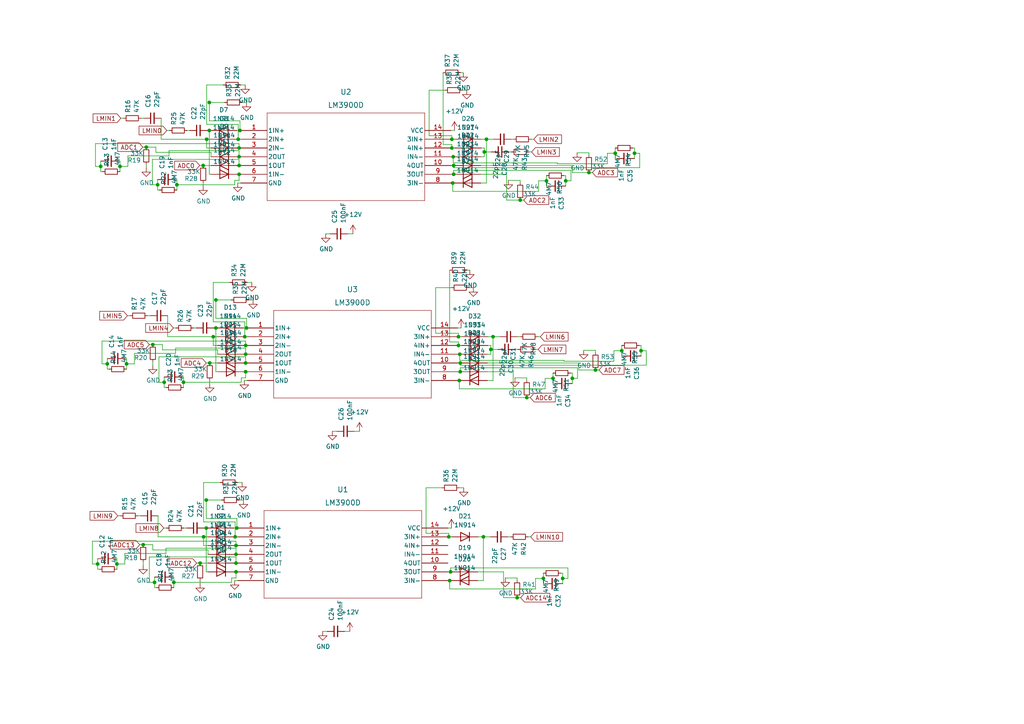
<source format=kicad_sch>
(kicad_sch (version 20211123) (generator eeschema)
  (paper "A4")
  (junction (at 69.342 45.466))
  (junction (at 68.453 165.862))
  (junction (at 51.308 53.594))
  (junction (at 133.35 102.743))
  (junction (at 71.501 95.123))
  (junction (at 152.781 115.316))
  (junction (at 58.039 163.322))
  (junction (at 130.683 165.862))
  (junction (at 59.817 145.034))
  (junction (at 172.72 107.315))
  (junction (at 69.088 40.386))
  (junction (at 69.342 48.006))
  (junction (at 69.342 50.546))
  (junction (at 42.418 42.672))
  (junction (at 31.115 105.537))
  (junction (at 62.611 95.123))
  (junction (at 132.969 97.663))
  (junction (at 165.989 109.728))
  (junction (at 140.208 155.702))
  (junction (at 158.496 52.451))
  (junction (at 45.72 53.594))
  (junction (at 131.572 48.006))
  (junction (at 130.429 168.402))
  (junction (at 41.529 157.988))
  (junction (at 180.34 101.727))
  (junction (at 70.993 97.663))
  (junction (at 131.064 40.386))
  (junction (at 29.21 48.26))
  (junction (at 53.213 110.871))
  (junction (at 61.849 97.663))
  (junction (at 59.055 155.702))
  (junction (at 68.453 163.322))
  (junction (at 68.707 153.162))
  (junction (at 131.318 53.086))
  (junction (at 133.223 110.363))
  (junction (at 131.572 50.546))
  (junction (at 131.445 45.466))
  (junction (at 71.247 100.203))
  (junction (at 60.706 37.846))
  (junction (at 59.944 40.386))
  (junction (at 184.023 44.45))
  (junction (at 47.625 110.871))
  (junction (at 71.247 107.823))
  (junction (at 141.097 40.386))
  (junction (at 28.321 163.576))
  (junction (at 33.909 163.576))
  (junction (at 62.611 86.995))
  (junction (at 34.798 48.26))
  (junction (at 178.435 44.45))
  (junction (at 44.323 99.949))
  (junction (at 170.815 50.038))
  (junction (at 58.928 48.006))
  (junction (at 164.084 52.451))
  (junction (at 71.247 105.283))
  (junction (at 44.831 168.91))
  (junction (at 69.596 37.846))
  (junction (at 68.199 155.702))
  (junction (at 185.928 101.727))
  (junction (at 133.477 107.823))
  (junction (at 157.607 167.767))
  (junction (at 60.833 105.283))
  (junction (at 68.453 158.242))
  (junction (at 130.175 155.702))
  (junction (at 140.462 44.069))
  (junction (at 59.817 153.162))
  (junction (at 163.195 167.767))
  (junction (at 149.987 173.355))
  (junction (at 71.247 102.743))
  (junction (at 131.064 42.926))
  (junction (at 132.969 100.203))
  (junction (at 68.453 160.782))
  (junction (at 60.706 29.718))
  (junction (at 143.002 97.663))
  (junction (at 160.401 109.728))
  (junction (at 142.367 101.346))
  (junction (at 36.703 105.537))
  (junction (at 69.342 42.926))
  (junction (at 150.876 58.039))
  (junction (at 50.419 168.91))
  (junction (at 133.477 105.283))
  (wire (pts (xy 144.399 101.346) (xy 142.367 101.346)))
  (wire (pts (xy 167.386 44.323) (xy 170.815 44.323)))
  (wire (pts (xy 62.611 95.123) (xy 62.611 107.823)))
  (wire (pts (xy 69.977 109.601) (xy 71.247 109.601)))
  (wire (pts (xy 60.706 37.846) (xy 60.706 50.546)))
  (wire (pts (xy 140.462 45.466) (xy 139.446 45.466)))
  (wire (pts (xy 152.781 109.601) (xy 152.781 110.236)))
  (wire (pts (xy 131.572 50.546) (xy 130.81 50.546)))
  (wire (pts (xy 158.115 112.776) (xy 158.115 109.728)))
  (wire (pts (xy 139.573 42.926) (xy 140.462 42.926)))
  (wire (pts (xy 50.927 100.965) (xy 50.927 102.489)))
  (wire (pts (xy 131.445 45.466) (xy 130.81 45.466)))
  (wire (pts (xy 69.088 36.068) (xy 69.088 40.386)))
  (wire (pts (xy 53.34 153.162) (xy 54.102 153.162)))
  (wire (pts (xy 171.831 50.038) (xy 170.815 50.038)))
  (wire (pts (xy 133.858 100.203) (xy 132.969 100.203)))
  (wire (pts (xy 62.611 107.823) (xy 63.119 107.823)))
  (wire (pts (xy 59.944 40.386) (xy 61.087 40.386)))
  (wire (pts (xy 135.509 78.359) (xy 136.271 78.359)))
  (wire (pts (xy 124.46 39.37) (xy 131.064 39.37)))
  (wire (pts (xy 53.213 110.871) (xy 53.213 109.347)))
  (wire (pts (xy 133.35 102.743) (xy 133.35 104.521)))
  (wire (pts (xy 146.939 50.546) (xy 146.939 58.039)))
  (wire (pts (xy 62.611 86.995) (xy 62.611 92.329)))
  (wire (pts (xy 129.921 153.162) (xy 130.937 153.162)))
  (wire (pts (xy 59.817 165.862) (xy 60.325 165.862)))
  (wire (pts (xy 123.571 154.686) (xy 130.175 154.686)))
  (wire (pts (xy 71.247 100.203) (xy 71.755 100.203)))
  (wire (pts (xy 59.817 145.034) (xy 64.262 145.034)))
  (wire (pts (xy 59.182 153.162) (xy 59.817 153.162)))
  (wire (pts (xy 46.101 103.505) (xy 46.101 110.871)))
  (wire (pts (xy 47.117 101.473) (xy 47.117 99.949)))
  (wire (pts (xy 131.318 53.086) (xy 130.81 53.086)))
  (wire (pts (xy 131.064 39.37) (xy 131.064 40.386)))
  (wire (pts (xy 69.342 45.466) (xy 69.342 43.688)))
  (wire (pts (xy 68.834 42.926) (xy 69.342 42.926)))
  (wire (pts (xy 130.937 168.402) (xy 130.429 168.402)))
  (wire (pts (xy 61.214 45.466) (xy 61.214 44.196)))
  (wire (pts (xy 141.351 107.823) (xy 148.844 107.823)))
  (wire (pts (xy 53.213 112.395) (xy 53.213 110.871)))
  (wire (pts (xy 140.208 168.402) (xy 138.557 168.402)))
  (wire (pts (xy 31.115 105.537) (xy 31.115 107.061)))
  (wire (pts (xy 71.247 102.743) (xy 71.755 102.743)))
  (wire (pts (xy 48.133 159.004) (xy 48.133 160.528)))
  (wire (pts (xy 164.084 52.451) (xy 164.084 50.927)))
  (wire (pts (xy 154.813 40.386) (xy 154.051 40.386)))
  (wire (pts (xy 71.501 95.123) (xy 71.755 95.123)))
  (wire (pts (xy 28.321 162.052) (xy 28.321 163.576)))
  (wire (pts (xy 70.739 102.743) (xy 71.247 102.743)))
  (wire (pts (xy 130.937 165.862) (xy 130.683 165.862)))
  (wire (pts (xy 44.323 157.988) (xy 41.529 157.988)))
  (wire (pts (xy 131.064 42.926) (xy 130.81 42.926)))
  (wire (pts (xy 153.924 155.702) (xy 153.162 155.702)))
  (wire (pts (xy 161.671 47.498) (xy 176.149 47.498)))
  (wire (pts (xy 133.477 105.918) (xy 133.477 105.283)))
  (wire (pts (xy 148.336 44.069) (xy 147.574 44.069)))
  (wire (pts (xy 70.866 110.363) (xy 71.755 110.363)))
  (wire (pts (xy 133.477 107.823) (xy 133.477 106.68)))
  (wire (pts (xy 57.912 48.006) (xy 58.928 48.006)))
  (wire (pts (xy 148.844 115.316) (xy 152.781 115.316)))
  (wire (pts (xy 26.797 156.972) (xy 26.797 163.576)))
  (wire (pts (xy 29.21 48.26) (xy 27.686 48.26)))
  (wire (pts (xy 69.977 110.871) (xy 69.977 109.601)))
  (wire (pts (xy 61.849 93.345) (xy 70.993 93.345)))
  (wire (pts (xy 70.739 100.203) (xy 71.247 100.203)))
  (wire (pts (xy 184.023 45.974) (xy 184.023 44.45)))
  (wire (pts (xy 68.199 151.384) (xy 68.199 155.702)))
  (wire (pts (xy 133.731 110.363) (xy 133.223 110.363)))
  (wire (pts (xy 31.115 107.061) (xy 31.623 107.061)))
  (wire (pts (xy 66.675 81.915) (xy 61.849 81.915)))
  (wire (pts (xy 35.052 34.29) (xy 35.814 34.29)))
  (wire (pts (xy 96.393 125.095) (xy 97.663 125.095)))
  (wire (pts (xy 133.731 105.283) (xy 133.477 105.283)))
  (wire (pts (xy 44.196 46.228) (xy 44.196 53.594)))
  (wire (pts (xy 53.213 109.347) (xy 52.705 109.347)))
  (wire (pts (xy 50.419 168.91) (xy 67.183 168.91)))
  (wire (pts (xy 45.212 44.196) (xy 45.212 42.672)))
  (wire (pts (xy 163.195 167.767) (xy 164.719 167.767)))
  (wire (pts (xy 26.797 156.972) (xy 68.453 156.972)))
  (wire (pts (xy 45.212 42.672) (xy 42.418 42.672)))
  (wire (pts (xy 50.419 168.91) (xy 50.419 167.386)))
  (wire (pts (xy 130.429 170.815) (xy 130.429 168.402)))
  (wire (pts (xy 133.477 106.68) (xy 167.513 106.68)))
  (wire (pts (xy 185.928 100.203) (xy 185.42 100.203)))
  (wire (pts (xy 38.989 102.489) (xy 50.927 102.489)))
  (wire (pts (xy 68.453 158.242) (xy 68.453 156.972)))
  (wire (pts (xy 165.989 109.728) (xy 165.989 108.204)))
  (wire (pts (xy 160.401 109.728) (xy 160.401 111.252)))
  (wire (pts (xy 67.945 163.322) (xy 68.453 163.322)))
  (wire (pts (xy 151.892 58.039) (xy 150.876 58.039)))
  (wire (pts (xy 47.498 153.162) (xy 48.26 153.162)))
  (wire (pts (xy 60.833 105.283) (xy 63.119 105.283)))
  (wire (pts (xy 61.849 97.663) (xy 48.641 97.663)))
  (wire (pts (xy 57.023 163.322) (xy 58.039 163.322)))
  (wire (pts (xy 58.039 168.402) (xy 58.039 169.291)))
  (wire (pts (xy 138.557 165.862) (xy 146.05 165.862)))
  (wire (pts (xy 148.971 40.386) (xy 148.209 40.386)))
  (wire (pts (xy 67.818 155.702) (xy 68.199 155.702)))
  (wire (pts (xy 71.247 105.283) (xy 71.247 103.505)))
  (wire (pts (xy 71.247 107.823) (xy 71.755 107.823)))
  (wire (pts (xy 68.707 40.386) (xy 69.088 40.386)))
  (wire (pts (xy 40.894 34.29) (xy 41.656 34.29)))
  (wire (pts (xy 60.706 37.846) (xy 61.087 37.846)))
  (wire (pts (xy 140.462 42.926) (xy 140.462 44.069)))
  (wire (pts (xy 147.447 52.324) (xy 150.876 52.324)))
  (wire (pts (xy 131.572 48.641) (xy 131.572 48.006)))
  (wire (pts (xy 59.055 155.702) (xy 60.198 155.702)))
  (wire (pts (xy 70.612 97.663) (xy 70.993 97.663)))
  (wire (pts (xy 130.683 164.719) (xy 164.719 164.719)))
  (wire (pts (xy 40.513 157.988) (xy 41.529 157.988)))
  (wire (pts (xy 71.247 109.601) (xy 71.247 107.823)))
  (wire (pts (xy 158.115 109.728) (xy 160.401 109.728)))
  (wire (pts (xy 156.21 52.451) (xy 158.496 52.451)))
  (wire (pts (xy 36.703 104.013) (xy 36.195 104.013)))
  (wire (pts (xy 51.308 55.118) (xy 51.308 53.594)))
  (wire (pts (xy 50.419 167.386) (xy 49.911 167.386)))
  (wire (pts (xy 131.953 42.926) (xy 131.064 42.926)))
  (wire (pts (xy 33.909 162.052) (xy 33.401 162.052)))
  (wire (pts (xy 164.084 50.927) (xy 163.576 50.927)))
  (wire (pts (xy 132.969 99.187) (xy 132.969 100.203)))
  (wire (pts (xy 45.72 53.594) (xy 44.196 53.594)))
  (wire (pts (xy 61.849 81.915) (xy 61.849 93.345)))
  (wire (pts (xy 45.72 55.118) (xy 46.228 55.118)))
  (wire (pts (xy 184.023 42.926) (xy 183.515 42.926)))
  (wire (pts (xy 155.321 170.815) (xy 155.321 167.767)))
  (wire (pts (xy 126.365 83.439) (xy 126.365 96.647)))
  (wire (pts (xy 68.453 167.64) (xy 68.453 165.862)))
  (wire (pts (xy 36.703 105.537) (xy 36.703 104.013)))
  (wire (pts (xy 68.453 163.322) (xy 68.961 163.322)))
  (wire (pts (xy 178.435 45.974) (xy 178.943 45.974)))
  (wire (pts (xy 180.34 103.251) (xy 180.848 103.251)))
  (wire (pts (xy 59.817 150.368) (xy 68.707 150.368)))
  (wire (pts (xy 51.308 53.594) (xy 68.072 53.594)))
  (wire (pts (xy 154.178 44.069) (xy 153.416 44.069)))
  (wire (pts (xy 157.607 169.291) (xy 158.115 169.291)))
  (wire (pts (xy 142.24 155.702) (xy 140.208 155.702)))
  (wire (pts (xy 72.136 86.995) (xy 73.406 86.995)))
  (wire (pts (xy 133.35 104.521) (xy 163.576 104.521)))
  (wire (pts (xy 58.039 163.322) (xy 60.325 163.322)))
  (wire (pts (xy 71.501 92.329) (xy 71.501 95.123)))
  (wire (pts (xy 141.478 100.203) (xy 142.367 100.203)))
  (wire (pts (xy 130.683 165.862) (xy 130.683 164.719)))
  (wire (pts (xy 59.817 153.162) (xy 60.198 153.162)))
  (wire (pts (xy 36.957 91.567) (xy 37.719 91.567)))
  (wire (pts (xy 93.599 183.134) (xy 94.869 183.134)))
  (wire (pts (xy 131.445 45.466) (xy 131.445 47.244)))
  (wire (pts (xy 69.85 24.638) (xy 71.12 24.638)))
  (wire (pts (xy 150.241 101.346) (xy 149.479 101.346)))
  (wire (pts (xy 36.195 163.576) (xy 33.909 163.576)))
  (wire (pts (xy 132.969 100.203) (xy 132.715 100.203)))
  (wire (pts (xy 68.453 165.862) (xy 68.961 165.862)))
  (wire (pts (xy 153.797 115.316) (xy 152.781 115.316)))
  (wire (pts (xy 45.72 53.594) (xy 45.72 55.118)))
  (wire (pts (xy 131.826 48.006) (xy 131.572 48.006)))
  (wire (pts (xy 185.928 103.251) (xy 185.928 101.727)))
  (wire (pts (xy 139.446 50.546) (xy 146.939 50.546)))
  (wire (pts (xy 68.072 53.594) (xy 68.072 52.324)))
  (wire (pts (xy 70.612 95.123) (xy 71.501 95.123)))
  (wire (pts (xy 158.496 53.975) (xy 159.004 53.975)))
  (wire (pts (xy 61.214 44.196) (xy 45.212 44.196)))
  (wire (pts (xy 184.023 44.45) (xy 185.547 44.45)))
  (wire (pts (xy 130.429 99.187) (xy 132.969 99.187)))
  (wire (pts (xy 133.858 97.663) (xy 132.969 97.663)))
  (wire (pts (xy 70.739 105.283) (xy 71.247 105.283)))
  (wire (pts (xy 146.558 167.64) (xy 149.987 167.64)))
  (wire (pts (xy 46.736 40.386) (xy 46.736 34.29)))
  (wire (pts (xy 68.453 160.782) (xy 68.453 159.004)))
  (wire (pts (xy 69.596 35.052) (xy 69.596 37.846)))
  (wire (pts (xy 59.055 151.384) (xy 68.199 151.384)))
  (wire (pts (xy 143.129 40.386) (xy 141.097 40.386)))
  (wire (pts (xy 51.308 52.07) (xy 50.8 52.07)))
  (wire (pts (xy 44.831 167.386) (xy 44.831 168.91)))
  (wire (pts (xy 63.881 139.954) (xy 59.055 139.954)))
  (wire (pts (xy 149.987 167.64) (xy 149.987 168.275)))
  (wire (pts (xy 141.478 97.663) (xy 143.002 97.663)))
  (wire (pts (xy 44.831 168.91) (xy 44.831 170.434)))
  (wire (pts (xy 59.944 24.638) (xy 59.944 36.068)))
  (wire (pts (xy 143.002 110.363) (xy 141.351 110.363)))
  (wire (pts (xy 48.641 97.663) (xy 48.641 91.567)))
  (wire (pts (xy 38.989 105.537) (xy 36.703 105.537)))
  (wire (pts (xy 70.231 29.718) (xy 71.501 29.718)))
  (wire (pts (xy 71.247 100.203) (xy 71.247 98.933)))
  (wire (pts (xy 68.961 53.086) (xy 69.85 53.086)))
  (wire (pts (xy 148.082 155.702) (xy 147.32 155.702)))
  (wire (pts (xy 41.402 42.672) (xy 42.418 42.672)))
  (wire (pts (xy 29.591 98.933) (xy 71.247 98.933)))
  (wire (pts (xy 36.195 160.528) (xy 48.133 160.528)))
  (wire (pts (xy 164.084 52.451) (xy 165.608 52.451)))
  (wire (pts (xy 133.731 102.743) (xy 133.35 102.743)))
  (wire (pts (xy 60.706 50.546) (xy 61.214 50.546)))
  (wire (pts (xy 131.826 53.086) (xy 131.318 53.086)))
  (wire (pts (xy 187.452 101.727) (xy 187.452 105.918)))
  (wire (pts (xy 165.989 111.252) (xy 165.989 109.728)))
  (wire (pts (xy 142.367 102.743) (xy 141.351 102.743)))
  (wire (pts (xy 71.247 103.505) (xy 46.101 103.505)))
  (wire (pts (xy 157.607 167.767) (xy 157.607 169.291)))
  (wire (pts (xy 126.365 96.647) (xy 132.969 96.647)))
  (wire (pts (xy 68.707 150.368) (xy 68.707 153.162)))
  (wire (pts (xy 53.213 110.871) (xy 69.977 110.871)))
  (wire (pts (xy 69.342 48.006) (xy 69.85 48.006)))
  (wire (pts (xy 148.844 107.823) (xy 148.844 115.316)))
  (wire (pts (xy 140.462 44.069) (xy 140.462 45.466)))
  (wire (pts (xy 59.817 153.162) (xy 59.817 165.862)))
  (wire (pts (xy 133.223 110.363) (xy 132.715 110.363)))
  (wire (pts (xy 180.34 100.203) (xy 180.34 101.727)))
  (wire (pts (xy 142.494 44.069) (xy 140.462 44.069)))
  (wire (pts (xy 54.229 37.846) (xy 54.991 37.846)))
  (wire (pts (xy 132.969 97.663) (xy 132.715 97.663)))
  (wire (pts (xy 47.625 109.347) (xy 47.625 110.871)))
  (wire (pts (xy 67.183 167.64) (xy 68.453 167.64)))
  (wire (pts (xy 132.715 95.123) (xy 133.731 95.123)))
  (wire (pts (xy 59.69 145.034) (xy 59.817 145.034)))
  (wire (pts (xy 36.195 160.528) (xy 36.195 163.576)))
  (wire (pts (xy 165.989 48.006) (xy 165.989 50.038)))
  (wire (pts (xy 131.572 50.546) (xy 131.572 49.403)))
  (wire (pts (xy 165.989 108.204) (xy 165.481 108.204)))
  (wire (pts (xy 150.876 52.324) (xy 150.876 52.959)))
  (wire (pts (xy 64.77 24.638) (xy 59.944 24.638)))
  (wire (pts (xy 136.017 83.439) (xy 137.287 83.439)))
  (wire (pts (xy 27.686 41.656) (xy 27.686 48.26)))
  (wire (pts (xy 62.611 95.123) (xy 62.992 95.123)))
  (wire (pts (xy 167.894 105.283) (xy 167.894 107.315)))
  (wire (pts (xy 155.321 167.767) (xy 157.607 167.767)))
  (wire (pts (xy 70.993 97.663) (xy 71.755 97.663)))
  (wire (pts (xy 63.119 101.473) (xy 47.117 101.473)))
  (wire (pts (xy 58.928 48.006) (xy 61.214 48.006)))
  (wire (pts (xy 67.945 158.242) (xy 68.453 158.242)))
  (wire (pts (xy 60.325 160.782) (xy 60.325 159.512)))
  (wire (pts (xy 33.909 163.576) (xy 33.909 162.052)))
  (wire (pts (xy 59.817 145.034) (xy 59.817 150.368)))
  (wire (pts (xy 176.149 44.45) (xy 178.435 44.45)))
  (wire (pts (xy 50.292 95.123) (xy 51.054 95.123)))
  (wire (pts (xy 69.342 52.324) (xy 69.342 50.546)))
  (wire (pts (xy 69.088 40.386) (xy 69.85 40.386)))
  (wire (pts (xy 178.435 44.45) (xy 178.435 45.974)))
  (wire (pts (xy 68.707 153.162) (xy 68.961 153.162)))
  (wire (pts (xy 139.573 40.386) (xy 141.097 40.386)))
  (wire (pts (xy 160.401 108.204) (xy 160.401 109.728)))
  (wire (pts (xy 142.367 100.203) (xy 142.367 101.346)))
  (wire (pts (xy 133.223 141.478) (xy 134.493 141.478)))
  (wire (pts (xy 68.072 52.324) (xy 69.342 52.324)))
  (wire (pts (xy 63.119 100.203) (xy 61.849 100.203)))
  (wire (pts (xy 60.325 158.242) (xy 59.055 158.242)))
  (wire (pts (xy 71.247 105.283) (xy 71.755 105.283)))
  (wire (pts (xy 167.894 107.315) (xy 172.72 107.315)))
  (wire (pts (xy 69.342 42.926) (xy 69.85 42.926)))
  (wire (pts (xy 150.876 97.663) (xy 150.114 97.663)))
  (wire (pts (xy 133.35 102.743) (xy 132.715 102.743)))
  (wire (pts (xy 60.071 37.846) (xy 60.706 37.846)))
  (wire (pts (xy 130.683 165.862) (xy 129.921 165.862)))
  (wire (pts (xy 68.707 37.846) (xy 69.596 37.846)))
  (wire (pts (xy 47.625 112.395) (xy 48.133 112.395)))
  (wire (pts (xy 133.731 107.823) (xy 133.477 107.823)))
  (wire (pts (xy 68.453 158.242) (xy 68.961 158.242)))
  (wire (pts (xy 164.084 53.975) (xy 164.084 52.451)))
  (wire (pts (xy 131.826 45.466) (xy 131.445 45.466)))
  (wire (pts (xy 67.818 153.162) (xy 68.707 153.162)))
  (wire (pts (xy 68.453 160.782) (xy 68.961 160.782)))
  (wire (pts (xy 69.596 37.846) (xy 69.85 37.846)))
  (wire (pts (xy 27.686 41.656) (xy 69.342 41.656)))
  (wire (pts (xy 67.183 168.91) (xy 67.183 167.64)))
  (wire (pts (xy 29.591 98.933) (xy 29.591 105.537)))
  (wire (pts (xy 69.342 45.466) (xy 69.85 45.466)))
  (wire (pts (xy 37.084 45.212) (xy 37.084 48.26)))
  (wire (pts (xy 164.719 164.719) (xy 164.719 167.767)))
  (wire (pts (xy 68.453 159.004) (xy 48.133 159.004)))
  (wire (pts (xy 31.115 105.537) (xy 29.591 105.537)))
  (wire (pts (xy 69.342 50.546) (xy 69.85 50.546)))
  (wire (pts (xy 28.321 165.1) (xy 28.829 165.1)))
  (wire (pts (xy 29.21 49.784) (xy 29.718 49.784)))
  (wire (pts (xy 130.175 155.702) (xy 129.921 155.702)))
  (wire (pts (xy 123.571 141.478) (xy 123.571 154.686)))
  (wire (pts (xy 62.611 92.329) (xy 71.501 92.329)))
  (wire (pts (xy 67.945 165.862) (xy 68.453 165.862)))
  (wire (pts (xy 61.849 97.663) (xy 62.992 97.663)))
  (wire (pts (xy 163.576 104.521) (xy 163.576 104.775)))
  (wire (pts (xy 131.953 40.386) (xy 131.064 40.386)))
  (wire (pts (xy 68.199 155.702) (xy 68.961 155.702)))
  (wire (pts (xy 56.134 95.123) (xy 56.896 95.123)))
  (wire (pts (xy 157.607 166.243) (xy 157.607 167.767)))
  (wire (pts (xy 29.21 46.736) (xy 29.21 48.26)))
  (wire (pts (xy 133.604 21.082) (xy 134.366 21.082)))
  (wire (pts (xy 133.223 112.776) (xy 158.115 112.776)))
  (wire (pts (xy 131.572 48.006) (xy 130.81 48.006)))
  (wire (pts (xy 165.989 109.728) (xy 167.513 109.728)))
  (wire (pts (xy 34.798 48.26) (xy 34.798 46.736)))
  (wire (pts (xy 71.247 100.965) (xy 50.927 100.965)))
  (wire (pts (xy 172.72 101.6) (xy 172.72 102.235)))
  (wire (pts (xy 145.034 97.663) (xy 143.002 97.663)))
  (wire (pts (xy 45.847 155.702) (xy 45.847 149.606)))
  (wire (pts (xy 124.46 26.162) (xy 129.032 26.162)))
  (wire (pts (xy 59.055 155.702) (xy 45.847 155.702)))
  (wire (pts (xy 44.831 170.434) (xy 45.339 170.434)))
  (wire (pts (xy 45.72 52.07) (xy 45.72 53.594)))
  (wire (pts (xy 131.318 55.499) (xy 156.21 55.499)))
  (wire (pts (xy 180.34 101.727) (xy 180.34 103.251)))
  (wire (pts (xy 42.799 91.567) (xy 43.561 91.567)))
  (wire (pts (xy 187.452 105.918) (xy 133.477 105.918)))
  (wire (pts (xy 169.291 101.6) (xy 172.72 101.6)))
  (wire (pts (xy 71.755 81.915) (xy 73.025 81.915)))
  (wire (pts (xy 67.945 160.782) (xy 68.453 160.782)))
  (wire (pts (xy 37.084 48.26) (xy 34.798 48.26)))
  (wire (pts (xy 100.838 67.818) (xy 102.362 67.818)))
  (wire (pts (xy 28.321 163.576) (xy 28.321 165.1)))
  (wire (pts (xy 69.342 46.228) (xy 44.196 46.228)))
  (wire (pts (xy 131.318 55.499) (xy 131.318 53.086)))
  (wire (pts (xy 47.117 99.949) (xy 44.323 99.949)))
  (wire (pts (xy 131.064 155.702) (xy 130.175 155.702)))
  (wire (pts (xy 61.849 97.663) (xy 61.849 100.203)))
  (wire (pts (xy 58.928 53.086) (xy 58.928 53.975)))
  (wire (pts (xy 70.993 93.345) (xy 70.993 97.663)))
  (wire (pts (xy 141.097 53.086) (xy 139.446 53.086)))
  (wire (pts (xy 68.072 168.402) (xy 68.961 168.402)))
  (wire (pts (xy 133.477 105.283) (xy 132.715 105.283)))
  (wire (pts (xy 68.453 161.544) (xy 43.307 161.544)))
  (wire (pts (xy 60.706 35.052) (xy 69.596 35.052)))
  (wire (pts (xy 176.149 47.498) (xy 176.149 44.45)))
  (wire (pts (xy 134.112 26.162) (xy 135.382 26.162)))
  (wire (pts (xy 61.214 42.926) (xy 59.944 42.926)))
  (wire (pts (xy 163.576 104.775) (xy 178.054 104.775)))
  (wire (pts (xy 37.084 45.212) (xy 49.022 45.212)))
  (wire (pts (xy 43.307 99.949) (xy 44.323 99.949)))
  (wire (pts (xy 130.175 154.686) (xy 130.175 155.702)))
  (wire (pts (xy 43.307 161.544) (xy 43.307 168.91)))
  (wire (pts (xy 69.342 42.926) (xy 69.342 41.656)))
  (wire (pts (xy 59.055 155.702) (xy 59.055 158.242)))
  (wire (pts (xy 59.055 139.954) (xy 59.055 151.384)))
  (wire (pts (xy 178.435 42.926) (xy 178.435 44.45)))
  (wire (pts (xy 156.21 55.499) (xy 156.21 52.451)))
  (wire (pts (xy 165.608 49.403) (xy 165.608 52.451)))
  (wire (pts (xy 141.351 105.283) (xy 167.894 105.283)))
  (wire (pts (xy 48.387 37.846) (xy 49.149 37.846)))
  (wire (pts (xy 130.81 37.846) (xy 131.826 37.846)))
  (wire (pts (xy 184.023 44.45) (xy 184.023 42.926)))
  (wire (pts (xy 185.928 101.727) (xy 187.452 101.727)))
  (wire (pts (xy 31.115 104.013) (xy 31.115 105.537)))
  (wire (pts (xy 139.446 48.006) (xy 165.989 48.006)))
  (wire (pts (xy 143.002 97.663) (xy 143.002 110.363)))
  (wire (pts (xy 38.989 102.489) (xy 38.989 105.537)))
  (wire (pts (xy 68.834 45.466) (xy 69.342 45.466)))
  (wire (pts (xy 94.488 67.818) (xy 95.758 67.818)))
  (wire (pts (xy 131.064 40.386) (xy 130.81 40.386)))
  (wire (pts (xy 59.817 105.283) (xy 60.833 105.283)))
  (wire (pts (xy 47.625 110.871) (xy 46.101 110.871)))
  (wire (pts (xy 63.119 102.743) (xy 63.119 101.473)))
  (wire (pts (xy 69.342 145.034) (xy 70.612 145.034)))
  (wire (pts (xy 70.739 107.823) (xy 71.247 107.823)))
  (wire (pts (xy 173.736 107.315) (xy 172.72 107.315)))
  (wire (pts (xy 61.976 95.123) (xy 62.611 95.123)))
  (wire (pts (xy 141.097 40.386) (xy 141.097 53.086)))
  (wire (pts (xy 44.831 168.91) (xy 43.307 168.91)))
  (wire (pts (xy 44.323 105.029) (xy 44.323 105.918)))
  (wire (pts (xy 69.342 48.006) (xy 69.342 46.228)))
  (wire (pts (xy 68.834 50.546) (xy 69.342 50.546)))
  (wire (pts (xy 33.909 165.1) (xy 33.909 163.576)))
  (wire (pts (xy 128.524 41.91) (xy 131.064 41.91)))
  (wire (pts (xy 59.944 40.386) (xy 59.944 42.926)))
  (wire (pts (xy 178.054 101.727) (xy 180.34 101.727)))
  (wire (pts (xy 163.195 166.243) (xy 162.687 166.243)))
  (wire (pts (xy 158.496 52.451) (xy 158.496 53.975)))
  (wire (pts (xy 151.003 173.355) (xy 149.987 173.355)))
  (wire (pts (xy 163.195 169.291) (xy 163.195 167.767)))
  (wire (pts (xy 156.718 97.663) (xy 155.956 97.663)))
  (wire (pts (xy 59.944 36.068) (xy 69.088 36.068)))
  (wire (pts (xy 99.949 183.134) (xy 101.473 183.134)))
  (wire (pts (xy 167.513 106.68) (xy 167.513 109.728)))
  (wire (pts (xy 130.429 170.815) (xy 155.321 170.815)))
  (wire (pts (xy 60.325 159.512) (xy 44.323 159.512)))
  (wire (pts (xy 128.524 21.082) (xy 128.524 41.91)))
  (wire (pts (xy 60.706 29.718) (xy 65.151 29.718)))
  (wire (pts (xy 131.064 41.91) (xy 131.064 42.926)))
  (wire (pts (xy 36.703 107.061) (xy 36.703 105.537)))
  (wire (pts (xy 132.969 96.647) (xy 132.969 97.663)))
  (wire (pts (xy 123.571 141.478) (xy 128.143 141.478)))
  (wire (pts (xy 185.547 44.45) (xy 185.547 48.641)))
  (wire (pts (xy 149.352 109.601) (xy 152.781 109.601)))
  (wire (pts (xy 130.429 78.359) (xy 130.429 99.187)))
  (wire (pts (xy 44.323 159.512) (xy 44.323 157.988)))
  (wire (pts (xy 68.961 139.954) (xy 70.231 139.954)))
  (wire (pts (xy 28.321 163.576) (xy 26.797 163.576)))
  (wire (pts (xy 62.611 86.995) (xy 67.056 86.995)))
  (wire (pts (xy 185.547 48.641) (xy 131.572 48.641)))
  (wire (pts (xy 71.247 102.743) (xy 71.247 100.965)))
  (wire (pts (xy 146.05 165.862) (xy 146.05 173.355)))
  (wire (pts (xy 34.163 149.606) (xy 34.925 149.606)))
  (wire (pts (xy 133.223 112.776) (xy 133.223 110.363)))
  (wire (pts (xy 178.054 104.775) (xy 178.054 101.727)))
  (wire (pts (xy 40.005 149.606) (xy 40.767 149.606)))
  (wire (pts (xy 62.484 86.995) (xy 62.611 86.995)))
  (wire (pts (xy 42.418 47.752) (xy 42.418 48.641)))
  (wire (pts (xy 59.944 40.386) (xy 46.736 40.386)))
  (wire (pts (xy 124.46 26.162) (xy 124.46 39.37)))
  (wire (pts (xy 68.453 163.322) (xy 68.453 161.544)))
  (wire (pts (xy 29.21 48.26) (xy 29.21 49.784)))
  (wire (pts (xy 130.429 168.402) (xy 129.921 168.402)))
  (wire (pts (xy 158.496 50.927) (xy 158.496 52.451)))
  (wire (pts (xy 138.684 155.702) (xy 140.208 155.702)))
  (wire (pts (xy 51.308 53.594) (xy 51.308 52.07)))
  (wire (pts (xy 146.939 58.039) (xy 150.876 58.039)))
  (wire (pts (xy 156.083 101.346) (xy 155.321 101.346)))
  (wire (pts (xy 60.579 29.718) (xy 60.706 29.718)))
  (wire (pts (xy 161.671 47.244) (xy 161.671 47.498)))
  (wire (pts (xy 163.195 167.767) (xy 163.195 166.243)))
  (wire (pts (xy 60.706 29.718) (xy 60.706 35.052)))
  (wire (pts (xy 49.022 43.688) (xy 49.022 45.212)))
  (wire (pts (xy 50.419 170.434) (xy 50.419 168.91)))
  (wire (pts (xy 34.798 46.736) (xy 34.29 46.736)))
  (wire (pts (xy 69.342 43.688) (xy 49.022 43.688)))
  (wire (pts (xy 133.477 107.823) (xy 132.715 107.823)))
  (wire (pts (xy 68.834 48.006) (xy 69.342 48.006)))
  (wire (pts (xy 131.572 49.403) (xy 165.608 49.403)))
  (wire (pts (xy 140.208 155.702) (xy 140.208 168.402)))
  (wire (pts (xy 131.445 47.244) (xy 161.671 47.244)))
  (wire (pts (xy 142.367 101.346) (xy 142.367 102.743)))
  (wire (pts (xy 41.529 163.068) (xy 41.529 163.957)))
  (wire (pts (xy 146.05 173.355) (xy 149.987 173.355)))
  (wire (pts (xy 160.401 111.252) (xy 160.909 111.252)))
  (wire (pts (xy 60.833 110.363) (xy 60.833 111.252)))
  (wire (pts (xy 165.989 50.038) (xy 170.815 50.038)))
  (wire (pts (xy 102.743 125.095) (xy 104.267 125.095)))
  (wire (pts (xy 47.625 110.871) (xy 47.625 112.395)))
  (wire (pts (xy 131.826 50.546) (xy 131.572 50.546)))
  (wire (pts (xy 126.365 83.439) (xy 130.937 83.439)))
  (wire (pts (xy 170.815 44.323) (xy 170.815 44.958)))
  (wire (pts (xy 34.798 49.784) (xy 34.798 48.26)))
  (wire (pts (xy 185.928 101.727) (xy 185.928 100.203)))
  (global_label "ADC6" (shape input) (at 153.797 115.316 0) (property "Intersheet References" "${INTERSHEET_REFS}" (effects hide)))
  (global_label "LMIN8" (shape input) (at 47.498 153.162 180) (property "Intersheet References" "${INTERSHEET_REFS}" (effects hide)))
  (global_label "ADC13" (shape input) (at 40.513 157.988 180) (property "Intersheet References" "${INTERSHEET_REFS}" (effects hide)))
  (global_label "LMIN2" (shape input) (at 154.813 40.386 0) (property "Intersheet References" "${INTERSHEET_REFS}" (effects hide)))
  (global_label "ADC14" (shape input) (at 151.003 173.355 0) (property "Intersheet References" "${INTERSHEET_REFS}" (effects hide)))
  (global_label "LMIN1" (shape input) (at 35.052 34.29 180) (property "Intersheet References" "${INTERSHEET_REFS}" (effects hide)))
  (global_label "ADC2" (shape input) (at 151.892 58.039 0) (property "Intersheet References" "${INTERSHEET_REFS}" (effects hide)))
  (global_label "LMIN9" (shape input) (at 34.163 149.606 180) (property "Intersheet References" "${INTERSHEET_REFS}" (effects hide)))
  (global_label "LMIN10" (shape input) (at 153.924 155.702 0) (property "Intersheet References" "${INTERSHEET_REFS}" (effects hide)))
  (global_label "LMIN4" (shape input) (at 50.292 95.123 180) (property "Intersheet References" "${INTERSHEET_REFS}" (effects hide)))
  (global_label "ADC12" (shape input) (at 57.023 163.322 180) (property "Intersheet References" "${INTERSHEET_REFS}" (effects hide)))
  (global_label "ADC3" (shape input) (at 171.831 50.038 0) (property "Intersheet References" "${INTERSHEET_REFS}" (effects hide)))
  (global_label "ADC7" (shape input) (at 173.736 107.315 0) (property "Intersheet References" "${INTERSHEET_REFS}" (effects hide)))
  (global_label "LMIN0" (shape input) (at 48.387 37.846 180) (property "Intersheet References" "${INTERSHEET_REFS}" (effects hide)))
  (global_label "LMIN6" (shape input) (at 156.718 97.663 0) (property "Intersheet References" "${INTERSHEET_REFS}" (effects hide)))
  (global_label "ADC5" (shape input) (at 43.307 99.949 180) (property "Intersheet References" "${INTERSHEET_REFS}" (effects hide)))
  (global_label "ADC1" (shape input) (at 41.402 42.672 180) (property "Intersheet References" "${INTERSHEET_REFS}" (effects hide)))
  (global_label "LMIN3" (shape input) (at 154.178 44.069 0) (property "Intersheet References" "${INTERSHEET_REFS}" (effects hide)))
  (global_label "ADC4" (shape input) (at 59.817 105.283 180) (property "Intersheet References" "${INTERSHEET_REFS}" (effects hide)))
  (global_label "ADC0" (shape input) (at 57.912 48.006 180) (property "Intersheet References" "${INTERSHEET_REFS}" (effects hide)))
  (global_label "LMIN7" (shape input) (at 156.083 101.346 0) (property "Intersheet References" "${INTERSHEET_REFS}" (effects hide)))
  (global_label "LMIN5" (shape input) (at 36.957 91.567 180) (property "Intersheet References" "${INTERSHEET_REFS}" (effects hide)))
  (symbol (lib_id "Device:R_Small") (at 172.72 104.775 0) (unit 1)
    (property "Reference" "R53" (at 174.244 103.5049 0) (effects (justify left)))
    (property "Value" "33K" (at 173.482 105.537 0) (effects (justify left)))
    (property "Footprint" "Resistor_SMD:R_0805_2012Metric" (effects hide))
  )
  (symbol (lib_id "Diode:1N914") (at 66.929 107.823 180) (unit 1)
    (property "Reference" "D18" (at 66.929 101.6 0))
    (property "Value" "1N914" (at 66.929 104.14 0))
    (property "Footprint" "Diode_SMD:D_SOD-123" (effects hide))
    (property "Datasheet" "http://www.vishay.com/docs/85622/1n914.pdf" (effects hide))
  )
  (symbol (lib_id "Diode:1N914") (at 64.135 160.782 0) (unit 1)
    (property "Reference" "D4" (at 64.135 154.686 0))
    (property "Value" "1N914" (at 64.135 157.226 0))
    (property "Footprint" "Diode_SMD:D_SOD-123" (effects hide))
    (property "Datasheet" "http://www.vishay.com/docs/85622/1n914.pdf" (effects hide))
  )
  (symbol (lib_id "Device:C_Small") (at 97.409 183.134 90) (unit 1)
    (property "Reference" "C24" (at 96.1452 180.086 0) (effects (justify left)))
    (property "Value" "100nF" (at 98.6852 180.086 0) (effects (justify left)))
    (property "Footprint" "Capacitor_SMD:C_0805_2012Metric" (effects hide))
  )
  (symbol (lib_id "Diode:1N914") (at 135.763 40.386 0) (mirror y) (unit 1)
    (property "Reference" "D26" (at 135.763 34.417 0))
    (property "Value" "1N914" (at 135.763 36.957 0))
    (property "Footprint" "Diode_SMD:D_SOD-123" (effects hide))
    (property "Datasheet" "http://www.vishay.com/docs/85622/1n914.pdf" (effects hide))
  )
  (symbol (lib_id "Diode:1N914") (at 137.541 102.743 0) (mirror x) (unit 1)
    (property "Reference" "D28" (at 137.541 96.52 0))
    (property "Value" "1N914" (at 137.541 99.06 0))
    (property "Footprint" "Diode_SMD:D_SOD-123" (effects hide))
    (property "Datasheet" "http://www.vishay.com/docs/85622/1n914.pdf" (effects hide))
  )
  (symbol (lib_id "Device:C_Small") (at 98.298 67.818 90) (unit 1)
    (property "Reference" "C25" (at 97.0342 64.77 0) (effects (justify left)))
    (property "Value" "100nF" (at 99.5742 64.77 0) (effects (justify left)))
    (property "Footprint" "Capacitor_SMD:C_0805_2012Metric" (effects hide))
  )
  (symbol (lib_id "power:+12V") (at 104.267 125.095 0) (unit 1)
    (property "Reference" "#PWR0144" (effects hide))
    (property "Value" "+12V" (at 104.267 119.507 0))
  )
  (symbol (lib_id "Device:C_Small") (at 46.101 91.567 90) (unit 1)
    (property "Reference" "C17" (at 44.8372 88.519 0) (effects (justify left)))
    (property "Value" "22pF" (at 47.3772 88.519 0) (effects (justify left)))
    (property "Footprint" "Capacitor_SMD:C_0805_2012Metric" (effects hide))
  )
  (symbol (lib_id "Device:R_Small") (at 48.768 55.118 90) (unit 1)
    (property "Reference" "R22" (at 47.4979 53.594 0) (effects (justify left)))
    (property "Value" "4M7" (at 50.5968 53.3654 0) (effects (justify left)))
    (property "Footprint" "Resistor_SMD:R_0805_2012Metric" (effects hide))
  )
  (symbol (lib_id "Device:R_Small") (at 149.987 170.815 0) (unit 1)
    (property "Reference" "R41" (at 151.511 169.5449 0) (effects (justify left)))
    (property "Value" "33K" (at 150.749 171.577 0) (effects (justify left)))
    (property "Footprint" "Resistor_SMD:R_0805_2012Metric" (effects hide))
  )
  (symbol (lib_id "Device:R_Small") (at 50.8 153.162 90) (unit 1)
    (property "Reference" "R24" (at 49.5299 151.638 0) (effects (justify left)))
    (property "Value" "47K" (at 52.0699 151.638 0) (effects (justify left)))
    (property "Footprint" "Resistor_SMD:R_0805_2012Metric" (effects hide))
  )
  (symbol (lib_id "power:GND") (at 70.612 145.034 0) (unit 1)
    (property "Reference" "#PWR0130" (effects hide))
    (property "Value" "GND" (at 70.739 149.4282 0))
  )
  (symbol (lib_id "Device:C_Small") (at 147.574 97.663 270) (unit 1)
    (property "Reference" "C31" (at 148.8378 100.711 0) (effects (justify left)))
    (property "Value" "22pF" (at 146.2978 100.711 0) (effects (justify left)))
    (property "Footprint" "Capacitor_SMD:C_0805_2012Metric" (effects hide))
  )
  (symbol (lib_id "Device:C_Small") (at 50.165 109.347 90) (unit 1)
    (property "Reference" "C20" (at 48.9012 106.299 0) (effects (justify left)))
    (property "Value" "1nF" (at 51.4412 106.299 0) (effects (justify left)))
    (property "Footprint" "Capacitor_SMD:C_0805_2012Metric" (effects hide))
  )
  (symbol (lib_id "Device:R_Small") (at 130.683 141.478 90) (unit 1)
    (property "Reference" "R36" (at 129.4129 139.954 0) (effects (justify left)))
    (property "Value" "22M" (at 131.9529 139.954 0) (effects (justify left)))
    (property "Footprint" "Resistor_SMD:R_0805_2012Metric" (effects hide))
  )
  (symbol (lib_id "Device:R_Small") (at 131.572 26.162 90) (unit 1)
    (property "Reference" "R38" (at 130.3019 24.638 0) (effects (justify left)))
    (property "Value" "22M" (at 132.8419 24.638 0) (effects (justify left)))
    (property "Footprint" "Resistor_SMD:R_0805_2012Metric" (effects hide))
  )
  (symbol (lib_id "Diode:1N914") (at 134.874 155.702 0) (mirror y) (unit 1)
    (property "Reference" "D21" (at 134.874 149.733 0))
    (property "Value" "1N914" (at 134.874 152.273 0))
    (property "Footprint" "Diode_SMD:D_SOD-123" (effects hide))
    (property "Datasheet" "http://www.vishay.com/docs/85622/1n914.pdf" (effects hide))
  )
  (symbol (lib_id "Device:C_Small") (at 47.371 167.386 90) (unit 1)
    (property "Reference" "C18" (at 46.1072 164.338 0) (effects (justify left)))
    (property "Value" "1nF" (at 48.6472 164.338 0) (effects (justify left)))
    (property "Footprint" "Capacitor_SMD:C_0805_2012Metric" (effects hide))
  )
  (symbol (lib_id "Device:R_Small") (at 152.781 112.776 0) (unit 1)
    (property "Reference" "R47" (at 154.305 111.5059 0) (effects (justify left)))
    (property "Value" "33K" (at 153.543 113.538 0) (effects (justify left)))
    (property "Footprint" "Resistor_SMD:R_0805_2012Metric" (effects hide))
  )
  (symbol (lib_id "power:GND") (at 60.833 111.252 0) (unit 1)
    (property "Reference" "#PWR0136" (effects hide))
    (property "Value" "GND" (at 60.96 115.6462 0))
  )
  (symbol (lib_id "2024-09-04_14-23-37:LM3900D") (at 69.85 37.846 0) (unit 1)
    (property "Reference" "U2" (at 100.33 26.67 0) (effects (font (size 1.524 1.524))))
    (property "Value" "LM3900D" (at 100.33 30.48 0) (effects (font (size 1.524 1.524))))
    (property "Footprint" "new_kicad:D14" (effects hide))
    (property "Datasheet" "LM3900D" (effects hide))
  )
  (symbol (lib_id "Diode:1N914") (at 64.135 163.322 0) (unit 1)
    (property "Reference" "D5" (at 64.135 156.337 0))
    (property "Value" "1N914" (at 64.135 158.877 0))
    (property "Footprint" "Diode_SMD:D_SOD-123" (effects hide))
    (property "Datasheet" "http://www.vishay.com/docs/85622/1n914.pdf" (effects hide))
  )
  (symbol (lib_id "Device:R_Small") (at 60.833 107.823 180) (unit 1)
    (property "Reference" "R29" (at 59.309 109.0931 0) (effects (justify left)))
    (property "Value" "33K" (at 60.071 107.061 0) (effects (justify left)))
    (property "Footprint" "Resistor_SMD:R_0805_2012Metric" (effects hide))
  )
  (symbol (lib_id "power:GND") (at 58.928 53.975 0) (unit 1)
    (property "Reference" "#PWR0145" (effects hide))
    (property "Value" "GND" (at 59.055 58.3692 0))
  )
  (symbol (lib_id "Device:R_Small") (at 69.215 81.915 90) (unit 1)
    (property "Reference" "R34" (at 67.9449 80.391 0) (effects (justify left)))
    (property "Value" "22M" (at 70.4849 80.391 0) (effects (justify left)))
    (property "Footprint" "Resistor_SMD:R_0805_2012Metric" (effects hide))
  )
  (symbol (lib_id "Diode:1N914") (at 135.636 45.466 0) (mirror x) (unit 1)
    (property "Reference" "D22" (at 135.636 39.243 0))
    (property "Value" "1N914" (at 135.636 41.783 0))
    (property "Footprint" "Diode_SMD:D_SOD-123" (effects hide))
    (property "Datasheet" "http://www.vishay.com/docs/85622/1n914.pdf" (effects hide))
  )
  (symbol (lib_id "Device:R_Small") (at 58.039 165.862 180) (unit 1)
    (property "Reference" "R27" (at 56.515 167.1321 0) (effects (justify left)))
    (property "Value" "33K" (at 57.277 165.1 0) (effects (justify left)))
    (property "Footprint" "Resistor_SMD:R_0805_2012Metric" (effects hide))
  )
  (symbol (lib_id "power:+12V") (at 133.731 95.123 0) (unit 1)
    (property "Reference" "#PWR0119" (effects hide))
    (property "Value" "+12V" (at 133.731 89.535 0))
  )
  (symbol (lib_id "Device:R_Small") (at 66.421 139.954 90) (unit 1)
    (property "Reference" "R30" (at 65.1509 138.43 0) (effects (justify left)))
    (property "Value" "22M" (at 67.6909 138.43 0) (effects (justify left)))
    (property "Footprint" "Resistor_SMD:R_0805_2012Metric" (effects hide))
  )
  (symbol (lib_id "Diode:1N914") (at 137.541 105.283 0) (mirror y) (unit 1)
    (property "Reference" "D29" (at 137.541 99.187 0))
    (property "Value" "1N914" (at 137.541 101.727 0))
    (property "Footprint" "Diode_SMD:D_SOD-123" (effects hide))
    (property "Datasheet" "http://www.vishay.com/docs/85622/1n914.pdf" (effects hide))
  )
  (symbol (lib_id "Diode:1N914") (at 66.929 100.203 180) (unit 1)
    (property "Reference" "D15" (at 66.929 93.98 0))
    (property "Value" "1N914" (at 66.929 96.52 0))
    (property "Footprint" "Diode_SMD:D_SOD-123" (effects hide))
    (property "Datasheet" "http://www.vishay.com/docs/85622/1n914.pdf" (effects hide))
  )
  (symbol (lib_id "Device:C_Small") (at 44.196 34.29 90) (unit 1)
    (property "Reference" "C16" (at 42.9322 31.242 0) (effects (justify left)))
    (property "Value" "22pF" (at 45.4722 31.242 0) (effects (justify left)))
    (property "Footprint" "Capacitor_SMD:C_0805_2012Metric" (effects hide))
  )
  (symbol (lib_id "Diode:1N914") (at 137.541 107.823 0) (mirror y) (unit 1)
    (property "Reference" "D30" (at 137.541 100.838 0))
    (property "Value" "1N914" (at 137.541 103.378 0))
    (property "Footprint" "Diode_SMD:D_SOD-123" (effects hide))
    (property "Datasheet" "http://www.vishay.com/docs/85622/1n914.pdf" (effects hide))
  )
  (symbol (lib_id "Device:C_Small") (at 183.388 103.251 270) (unit 1)
    (property "Reference" "C36" (at 184.6518 106.299 0) (effects (justify left)))
    (property "Value" "1nF" (at 182.1118 106.299 0) (effects (justify left)))
    (property "Footprint" "Capacitor_SMD:C_0805_2012Metric" (effects hide))
  )
  (symbol (lib_id "Diode:1N914") (at 64.135 165.862 180) (unit 1)
    (property "Reference" "D6" (at 64.135 159.639 0))
    (property "Value" "1N914" (at 64.135 162.179 0))
    (property "Footprint" "Diode_SMD:D_SOD-123" (effects hide))
    (property "Datasheet" "http://www.vishay.com/docs/85622/1n914.pdf" (effects hide))
  )
  (symbol (lib_id "Diode:1N914") (at 65.024 45.466 0) (unit 1)
    (property "Reference" "D10" (at 65.024 39.37 0))
    (property "Value" "1N914" (at 65.024 41.91 0))
    (property "Footprint" "Diode_SMD:D_SOD-123" (effects hide))
    (property "Datasheet" "http://www.vishay.com/docs/85622/1n914.pdf" (effects hide))
  )
  (symbol (lib_id "Diode:1N914") (at 66.802 95.123 0) (unit 1)
    (property "Reference" "D13" (at 66.802 89.154 0))
    (property "Value" "1N914" (at 66.802 91.694 0))
    (property "Footprint" "Diode_SMD:D_SOD-123" (effects hide))
    (property "Datasheet" "http://www.vishay.com/docs/85622/1n914.pdf" (effects hide))
  )
  (symbol (lib_id "Device:C_Small") (at 30.861 162.052 90) (unit 1)
    (property "Reference" "C12" (at 29.5972 159.004 0) (effects (justify left)))
    (property "Value" "1nF" (at 32.1372 159.004 0) (effects (justify left)))
    (property "Footprint" "Capacitor_SMD:C_0805_2012Metric" (effects hide))
  )
  (symbol (lib_id "Diode:1N914") (at 66.929 105.283 0) (unit 1)
    (property "Reference" "D17" (at 66.929 98.298 0))
    (property "Value" "1N914" (at 66.929 100.838 0))
    (property "Footprint" "Diode_SMD:D_SOD-123" (effects hide))
    (property "Datasheet" "http://www.vishay.com/docs/85622/1n914.pdf" (effects hide))
  )
  (symbol (lib_id "Device:R_Small") (at 38.354 34.29 90) (unit 1)
    (property "Reference" "R16" (at 37.0839 32.766 0) (effects (justify left)))
    (property "Value" "47K" (at 39.6239 32.766 0) (effects (justify left)))
    (property "Footprint" "Resistor_SMD:R_0805_2012Metric" (effects hide))
  )
  (symbol (lib_id "power:GND") (at 71.501 29.718 0) (unit 1)
    (property "Reference" "#PWR0148" (effects hide))
    (property "Value" "GND" (at 71.628 34.1122 0))
  )
  (symbol (lib_id "power:GND") (at 71.12 24.638 0) (unit 1)
    (property "Reference" "#PWR0149" (effects hide))
    (property "Value" "GND" (at 71.247 29.0322 0))
  )
  (symbol (lib_id "Device:R_Small") (at 153.416 97.663 270) (unit 1)
    (property "Reference" "R48" (at 154.6861 99.187 0) (effects (justify left)))
    (property "Value" "47K" (at 152.1461 99.187 0) (effects (justify left)))
    (property "Footprint" "Resistor_SMD:R_0805_2012Metric" (effects hide))
  )
  (symbol (lib_id "Device:R_Small") (at 170.815 47.498 0) (unit 1)
    (property "Reference" "R52" (at 172.339 46.2279 0) (effects (justify left)))
    (property "Value" "33K" (at 171.577 48.26 0) (effects (justify left)))
    (property "Footprint" "Resistor_SMD:R_0805_2012Metric" (effects hide))
  )
  (symbol (lib_id "Diode:1N914") (at 137.668 100.203 0) (mirror y) (unit 1)
    (property "Reference" "D33" (at 137.668 94.234 0))
    (property "Value" "1N914" (at 137.668 96.774 0))
    (property "Footprint" "Diode_SMD:D_SOD-123" (effects hide))
    (property "Datasheet" "http://www.vishay.com/docs/85622/1n914.pdf" (effects hide))
  )
  (symbol (lib_id "Device:C_Small") (at 146.939 101.346 270) (unit 1)
    (property "Reference" "C30" (at 148.2028 104.394 0) (effects (justify left)))
    (property "Value" "22pF" (at 145.6628 104.394 0) (effects (justify left)))
    (property "Footprint" "Capacitor_SMD:C_0805_2012Metric" (effects hide))
  )
  (symbol (lib_id "Device:R_Small") (at 58.928 50.546 180) (unit 1)
    (property "Reference" "R28" (at 57.404 51.8161 0) (effects (justify left)))
    (property "Value" "33K" (at 58.166 49.784 0) (effects (justify left)))
    (property "Footprint" "Resistor_SMD:R_0805_2012Metric" (effects hide))
  )
  (symbol (lib_id "Diode:1N914") (at 64.897 40.386 0) (unit 1)
    (property "Reference" "D8" (at 64.897 34.417 0))
    (property "Value" "1N914" (at 64.897 36.957 0))
    (property "Footprint" "Diode_SMD:D_SOD-123" (effects hide))
    (property "Datasheet" "http://www.vishay.com/docs/85622/1n914.pdf" (effects hide))
  )
  (symbol (lib_id "Device:R_Small") (at 150.876 44.069 270) (unit 1)
    (property "Reference" "R43" (at 152.1461 45.593 0) (effects (justify left)))
    (property "Value" "47K" (at 149.6061 45.593 0) (effects (justify left)))
    (property "Footprint" "Resistor_SMD:R_0805_2012Metric" (effects hide))
  )
  (symbol (lib_id "power:GND") (at 42.418 48.641 0) (unit 1)
    (property "Reference" "#PWR0147" (effects hide))
    (property "Value" "GND" (at 42.545 53.0352 0))
  )
  (symbol (lib_id "Device:C_Small") (at 43.307 149.606 90) (unit 1)
    (property "Reference" "C15" (at 42.0432 146.558 0) (effects (justify left)))
    (property "Value" "22pF" (at 44.5832 146.558 0) (effects (justify left)))
    (property "Footprint" "Capacitor_SMD:C_0805_2012Metric" (effects hide))
  )
  (symbol (lib_id "power:GND") (at 68.072 168.402 0) (unit 1)
    (property "Reference" "#PWR0132" (effects hide))
    (property "Value" "GND" (at 68.199 172.7962 0))
  )
  (symbol (lib_id "Device:R_Small") (at 151.511 40.386 270) (unit 1)
    (property "Reference" "R45" (at 152.7811 41.91 0) (effects (justify left)))
    (property "Value" "47K" (at 150.2411 41.91 0) (effects (justify left)))
    (property "Footprint" "Resistor_SMD:R_0805_2012Metric" (effects hide))
  )
  (symbol (lib_id "Device:R_Small") (at 150.622 155.702 270) (unit 1)
    (property "Reference" "R42" (at 151.8921 157.226 0) (effects (justify left)))
    (property "Value" "47K" (at 149.3521 157.226 0) (effects (justify left)))
    (property "Footprint" "Resistor_SMD:R_0805_2012Metric" (effects hide))
  )
  (symbol (lib_id "Device:C_Small") (at 56.642 153.162 90) (unit 1)
    (property "Reference" "C21" (at 55.3782 150.114 0) (effects (justify left)))
    (property "Value" "22pF" (at 57.9182 150.114 0) (effects (justify left)))
    (property "Footprint" "Capacitor_SMD:C_0805_2012Metric" (effects hide))
  )
  (symbol (lib_id "Device:R_Small") (at 31.369 165.1 90) (unit 1)
    (property "Reference" "R12" (at 30.0989 163.576 0) (effects (justify left)))
    (property "Value" "4M7" (at 33.1978 163.3474 0) (effects (justify left)))
    (property "Footprint" "Resistor_SMD:R_0805_2012Metric" (effects hide))
  )
  (symbol (lib_id "Device:R_Small") (at 42.418 45.212 180) (unit 1)
    (property "Reference" "R19" (at 40.894 46.4821 0) (effects (justify left)))
    (property "Value" "33K" (at 41.656 44.45 0) (effects (justify left)))
    (property "Footprint" "Resistor_SMD:R_0805_2012Metric" (effects hide))
  )
  (symbol (lib_id "power:GND") (at 134.366 21.082 0) (unit 1)
    (property "Reference" "#PWR0150" (effects hide))
    (property "Value" "GND" (at 134.493 25.4762 0))
  )
  (symbol (lib_id "Device:C_Small") (at 160.655 169.291 270) (unit 1)
    (property "Reference" "C32" (at 161.9188 172.339 0) (effects (justify left)))
    (property "Value" "1nF" (at 159.3788 172.339 0) (effects (justify left)))
    (property "Footprint" "Capacitor_SMD:C_0805_2012Metric" (effects hide))
  )
  (symbol (lib_id "Diode:1N914") (at 66.929 102.743 0) (unit 1)
    (property "Reference" "D16" (at 66.929 96.647 0))
    (property "Value" "1N914" (at 66.929 99.187 0))
    (property "Footprint" "Diode_SMD:D_SOD-123" (effects hide))
    (property "Datasheet" "http://www.vishay.com/docs/85622/1n914.pdf" (effects hide))
  )
  (symbol (lib_id "Device:C_Small") (at 144.78 155.702 270) (unit 1)
    (property "Reference" "C27" (at 146.0438 158.75 0) (effects (justify left)))
    (property "Value" "22pF" (at 143.5038 158.75 0) (effects (justify left)))
    (property "Footprint" "Capacitor_SMD:C_0805_2012Metric" (effects hide))
  )
  (symbol (lib_id "power:GND") (at 44.323 105.918 0) (unit 1)
    (property "Reference" "#PWR0134" (effects hide))
    (property "Value" "GND" (at 44.45 110.3122 0))
  )
  (symbol (lib_id "Device:R_Small") (at 67.691 29.718 90) (unit 1)
    (property "Reference" "R33" (at 66.4209 28.194 0) (effects (justify left)))
    (property "Value" "22M" (at 68.9609 28.194 0) (effects (justify left)))
    (property "Footprint" "Resistor_SMD:R_0805_2012Metric" (effects hide))
  )
  (symbol (lib_id "Diode:1N914") (at 65.024 42.926 180) (unit 1)
    (property "Reference" "D9" (at 65.024 36.703 0))
    (property "Value" "1N914" (at 65.024 39.243 0))
    (property "Footprint" "Diode_SMD:D_SOD-123" (effects hide))
    (property "Datasheet" "http://www.vishay.com/docs/85622/1n914.pdf" (effects hide))
  )
  (symbol (lib_id "Diode:1N914") (at 66.802 97.663 0) (unit 1)
    (property "Reference" "D14" (at 66.802 91.694 0))
    (property "Value" "1N914" (at 66.802 94.234 0))
    (property "Footprint" "Diode_SMD:D_SOD-123" (effects hide))
    (property "Datasheet" "http://www.vishay.com/docs/85622/1n914.pdf" (effects hide))
  )
  (symbol (lib_id "Device:C_Small") (at 57.531 37.846 90) (unit 1)
    (property "Reference" "C22" (at 56.2672 34.798 0) (effects (justify left)))
    (property "Value" "22pF" (at 58.8072 34.798 0) (effects (justify left)))
    (property "Footprint" "Capacitor_SMD:C_0805_2012Metric" (effects hide))
  )
  (symbol (lib_id "Device:R_Small") (at 34.163 107.061 90) (unit 1)
    (property "Reference" "R14" (at 32.8929 105.537 0) (effects (justify left)))
    (property "Value" "4M7" (at 35.9918 105.3084 0) (effects (justify left)))
    (property "Footprint" "Resistor_SMD:R_0805_2012Metric" (effects hide))
  )
  (symbol (lib_id "Device:R_Small") (at 150.876 55.499 0) (unit 1)
    (property "Reference" "R44" (at 152.4 54.2289 0) (effects (justify left)))
    (property "Value" "33K" (at 151.638 56.261 0) (effects (justify left)))
    (property "Footprint" "Resistor_SMD:R_0805_2012Metric" (effects hide))
  )
  (symbol (lib_id "power:GND") (at 149.352 109.601 0) (unit 1)
    (property "Reference" "#PWR0129" (effects hide))
    (property "Value" "GND" (at 149.479 113.9952 0))
  )
  (symbol (lib_id "Device:R_Small") (at 67.31 24.638 90) (unit 1)
    (property "Reference" "R32" (at 66.0399 23.114 0) (effects (justify left)))
    (property "Value" "22M" (at 68.5799 23.114 0) (effects (justify left)))
    (property "Footprint" "Resistor_SMD:R_0805_2012Metric" (effects hide))
  )
  (symbol (lib_id "power:GND") (at 93.599 183.134 0) (unit 1)
    (property "Reference" "#PWR0142" (effects hide))
    (property "Value" "GND" (at 93.726 187.5282 0))
  )
  (symbol (lib_id "power:+12V") (at 130.937 153.162 0) (unit 1)
    (property "Reference" "#PWR0140" (effects hide))
    (property "Value" "+12V" (at 130.937 147.574 0))
  )
  (symbol (lib_id "power:GND") (at 147.447 52.324 0) (unit 1)
    (property "Reference" "#PWR0122" (effects hide))
    (property "Value" "GND" (at 147.574 56.7182 0))
  )
  (symbol (lib_id "Device:R_Small") (at 180.975 42.926 270) (unit 1)
    (property "Reference" "R54" (at 182.2451 44.45 0) (effects (justify left)))
    (property "Value" "4M7" (at 179.1462 44.6786 0) (effects (justify left)))
    (property "Footprint" "Resistor_SMD:R_0805_2012Metric" (effects hide))
  )
  (symbol (lib_id "power:GND") (at 134.493 141.478 0) (unit 1)
    (property "Reference" "#PWR0139" (effects hide))
    (property "Value" "GND" (at 134.62 145.8722 0))
  )
  (symbol (lib_id "Device:R_Small") (at 40.259 91.567 90) (unit 1)
    (property "Reference" "R17" (at 38.9889 90.043 0) (effects (justify left)))
    (property "Value" "47K" (at 41.5289 90.043 0) (effects (justify left)))
    (property "Footprint" "Resistor_SMD:R_0805_2012Metric" (effects hide))
  )
  (symbol (lib_id "Device:R_Small") (at 32.258 49.784 90) (unit 1)
    (property "Reference" "R13" (at 30.9879 48.26 0) (effects (justify left)))
    (property "Value" "4M7" (at 34.0868 48.0314 0) (effects (justify left)))
    (property "Footprint" "Resistor_SMD:R_0805_2012Metric" (effects hide))
  )
  (symbol (lib_id "power:GND") (at 137.287 83.439 0) (unit 1)
    (property "Reference" "#PWR0120" (effects hide))
    (property "Value" "GND" (at 137.414 87.8332 0))
  )
  (symbol (lib_id "Device:C_Small") (at 181.483 45.974 270) (unit 1)
    (property "Reference" "C35" (at 182.7468 49.022 0) (effects (justify left)))
    (property "Value" "1nF" (at 180.2068 49.022 0) (effects (justify left)))
    (property "Footprint" "Capacitor_SMD:C_0805_2012Metric" (effects hide))
  )
  (symbol (lib_id "Device:R_Small") (at 44.323 102.489 180) (unit 1)
    (property "Reference" "R20" (at 42.799 103.7591 0) (effects (justify left)))
    (property "Value" "33K" (at 43.561 101.727 0) (effects (justify left)))
    (property "Footprint" "Resistor_SMD:R_0805_2012Metric" (effects hide))
  )
  (symbol (lib_id "Device:R_Small") (at 133.477 83.439 90) (unit 1)
    (property "Reference" "R40" (at 132.2069 81.915 0) (effects (justify left)))
    (property "Value" "22M" (at 134.7469 81.915 0) (effects (justify left)))
    (property "Footprint" "Resistor_SMD:R_0805_2012Metric" (effects hide))
  )
  (symbol (lib_id "power:GND") (at 41.529 163.957 0) (unit 1)
    (property "Reference" "#PWR0137" (effects hide))
    (property "Value" "GND" (at 41.656 168.3512 0))
  )
  (symbol (lib_id "Device:R_Small") (at 162.941 108.204 270) (unit 1)
    (property "Reference" "R51" (at 164.2111 109.728 0) (effects (justify left)))
    (property "Value" "4M7" (at 161.1122 109.9566 0) (effects (justify left)))
    (property "Footprint" "Resistor_SMD:R_0805_2012Metric" (effects hide))
  )
  (symbol (lib_id "Diode:1N914") (at 64.897 37.846 0) (unit 1)
    (property "Reference" "D7" (at 64.897 31.877 0))
    (property "Value" "1N914" (at 64.897 34.417 0))
    (property "Footprint" "Diode_SMD:D_SOD-123" (effects hide))
    (property "Datasheet" "http://www.vishay.com/docs/85622/1n914.pdf" (effects hide))
  )
  (symbol (lib_id "2024-09-04_14-23-37:LM3900D") (at 68.961 153.162 0) (unit 1)
    (property "Reference" "U1" (at 99.441 141.986 0) (effects (font (size 1.524 1.524))))
    (property "Value" "LM3900D" (at 99.441 145.796 0) (effects (font (size 1.524 1.524))))
    (property "Footprint" "new_kicad:D14" (effects hide))
    (property "Datasheet" "LM3900D" (effects hide))
  )
  (symbol (lib_id "2024-09-04_14-23-37:LM3900D") (at 71.755 95.123 0) (unit 1)
    (property "Reference" "U3" (at 102.235 83.947 0) (effects (font (size 1.524 1.524))))
    (property "Value" "LM3900D" (at 102.235 87.757 0) (effects (font (size 1.524 1.524))))
    (property "Footprint" "new_kicad:D14" (effects hide))
    (property "Datasheet" "LM3900D" (effects hide))
  )
  (symbol (lib_id "Diode:1N914") (at 134.747 165.862 0) (mirror y) (unit 1)
    (property "Reference" "D19" (at 134.747 158.877 0))
    (property "Value" "1N914" (at 134.747 161.417 0))
    (property "Footprint" "Diode_SMD:D_SOD-123" (effects hide))
    (property "Datasheet" "http://www.vishay.com/docs/85622/1n914.pdf" (effects hide))
  )
  (symbol (lib_id "power:+12V") (at 101.473 183.134 0) (unit 1)
    (property "Reference" "#PWR0141" (effects hide))
    (property "Value" "+12V" (at 101.473 177.546 0))
  )
  (symbol (lib_id "Diode:1N914") (at 134.747 168.402 0) (mirror x) (unit 1)
    (property "Reference" "D20" (at 134.747 162.179 0))
    (property "Value" "1N914" (at 134.747 164.719 0))
    (property "Footprint" "Diode_SMD:D_SOD-123" (effects hide))
    (property "Datasheet" "http://www.vishay.com/docs/85622/1n914.pdf" (effects hide))
  )
  (symbol (lib_id "power:GND") (at 135.382 26.162 0) (unit 1)
    (property "Reference" "#PWR0152" (effects hide))
    (property "Value" "GND" (at 135.509 30.5562 0))
  )
  (symbol (lib_id "Device:C_Small") (at 161.544 53.975 270) (unit 1)
    (property "Reference" "C33" (at 162.8078 57.023 0) (effects (justify left)))
    (property "Value" "1nF" (at 160.2678 57.023 0) (effects (justify left)))
    (property "Footprint" "Capacitor_SMD:C_0805_2012Metric" (effects hide))
  )
  (symbol (lib_id "Device:R_Small") (at 69.596 86.995 90) (unit 1)
    (property "Reference" "R35" (at 68.3259 85.471 0) (effects (justify left)))
    (property "Value" "22M" (at 70.8659 85.471 0) (effects (justify left)))
    (property "Footprint" "Resistor_SMD:R_0805_2012Metric" (effects hide))
  )
  (symbol (lib_id "power:GND") (at 68.961 53.086 0) (unit 1)
    (property "Reference" "#PWR0146" (effects hide))
    (property "Value" "GND" (at 69.088 57.4802 0))
  )
  (symbol (lib_id "Diode:1N914") (at 64.008 153.162 0) (unit 1)
    (property "Reference" "D1" (at 64.008 147.193 0))
    (property "Value" "1N914" (at 64.008 149.733 0))
    (property "Footprint" "Diode_SMD:D_SOD-123" (effects hide))
    (property "Datasheet" "http://www.vishay.com/docs/85622/1n914.pdf" (effects hide))
  )
  (symbol (lib_id "power:GND") (at 96.393 125.095 0) (unit 1)
    (property "Reference" "#PWR0143" (effects hide))
    (property "Value" "GND" (at 96.52 129.4892 0))
  )
  (symbol (lib_id "Device:C_Small") (at 33.655 104.013 90) (unit 1)
    (property "Reference" "C14" (at 32.3912 100.965 0) (effects (justify left)))
    (property "Value" "1nF" (at 34.9312 100.965 0) (effects (justify left)))
    (property "Footprint" "Capacitor_SMD:C_0805_2012Metric" (effects hide))
  )
  (symbol (lib_id "Diode:1N914") (at 137.541 110.363 0) (mirror x) (unit 1)
    (property "Reference" "D31" (at 137.541 104.14 0))
    (property "Value" "1N914" (at 137.541 106.68 0))
    (property "Footprint" "Diode_SMD:D_SOD-123" (effects hide))
    (property "Datasheet" "http://www.vishay.com/docs/85622/1n914.pdf" (effects hide))
  )
  (symbol (lib_id "Diode:1N914") (at 65.024 48.006 0) (unit 1)
    (property "Reference" "D11" (at 65.024 41.021 0))
    (property "Value" "1N914" (at 65.024 43.561 0))
    (property "Footprint" "Diode_SMD:D_SOD-123" (effects hide))
    (property "Datasheet" "http://www.vishay.com/docs/85622/1n914.pdf" (effects hide))
  )
  (symbol (lib_id "power:GND") (at 73.025 81.915 0) (unit 1)
    (property "Reference" "#PWR0124" (effects hide))
    (property "Value" "GND" (at 73.152 86.3092 0))
  )
  (symbol (lib_id "Device:C_Small") (at 48.26 52.07 90) (unit 1)
    (property "Reference" "C19" (at 46.9962 49.022 0) (effects (justify left)))
    (property "Value" "1nF" (at 49.5362 49.022 0) (effects (justify left)))
    (property "Footprint" "Capacitor_SMD:C_0805_2012Metric" (effects hide))
  )
  (symbol (lib_id "power:GND") (at 169.291 101.6 0) (unit 1)
    (property "Reference" "#PWR0123" (effects hide))
    (property "Value" "GND" (at 169.418 105.9942 0))
  )
  (symbol (lib_id "Device:R_Small") (at 182.88 100.203 270) (unit 1)
    (property "Reference" "R55" (at 184.1501 101.727 0) (effects (justify left)))
    (property "Value" "4M7" (at 181.0512 101.9556 0) (effects (justify left)))
    (property "Footprint" "Resistor_SMD:R_0805_2012Metric" (effects hide))
  )
  (symbol (lib_id "Device:R_Small") (at 41.529 160.528 180) (unit 1)
    (property "Reference" "R18" (at 40.005 161.7981 0) (effects (justify left)))
    (property "Value" "33K" (at 40.767 159.766 0) (effects (justify left)))
    (property "Footprint" "Resistor_SMD:R_0805_2012Metric" (effects hide))
  )
  (symbol (lib_id "power:+12V") (at 131.826 37.846 0) (unit 1)
    (property "Reference" "#PWR0151" (effects hide))
    (property "Value" "+12V" (at 131.826 32.258 0))
  )
  (symbol (lib_id "Device:C_Small") (at 145.669 40.386 270) (unit 1)
    (property "Reference" "C29" (at 146.9328 43.434 0) (effects (justify left)))
    (property "Value" "22pF" (at 144.3928 43.434 0) (effects (justify left)))
    (property "Footprint" "Capacitor_SMD:C_0805_2012Metric" (effects hide))
  )
  (symbol (lib_id "Diode:1N914") (at 64.008 155.702 0) (unit 1)
    (property "Reference" "D2" (at 64.008 149.733 0))
    (property "Value" "1N914" (at 64.008 152.273 0))
    (property "Footprint" "Diode_SMD:D_SOD-123" (effects hide))
    (property "Datasheet" "http://www.vishay.com/docs/85622/1n914.pdf" (effects hide))
  )
  (symbol (lib_id "Diode:1N914") (at 135.763 42.926 0) (mirror y) (unit 1)
    (property "Reference" "D27" (at 135.763 36.957 0))
    (property "Value" "1N914" (at 135.763 39.497 0))
    (property "Footprint" "Diode_SMD:D_SOD-123" (effects hide))
    (property "Datasheet" "http://www.vishay.com/docs/85622/1n914.pdf" (effects hide))
  )
  (symbol (lib_id "Device:R_Small") (at 152.781 101.346 270) (unit 1)
    (property "Reference" "R46" (at 154.0511 102.87 0) (effects (justify left)))
    (property "Value" "47K" (at 151.5111 102.87 0) (effects (justify left)))
    (property "Footprint" "Resistor_SMD:R_0805_2012Metric" (effects hide))
  )
  (symbol (lib_id "Diode:1N914") (at 135.636 48.006 0) (mirror y) (unit 1)
    (property "Reference" "D23" (at 135.636 41.91 0))
    (property "Value" "1N914" (at 135.636 44.45 0))
    (property "Footprint" "Diode_SMD:D_SOD-123" (effects hide))
    (property "Datasheet" "http://www.vishay.com/docs/85622/1n914.pdf" (effects hide))
  )
  (symbol (lib_id "Device:R_Small") (at 131.064 21.082 90) (unit 1)
    (property "Reference" "R37" (at 129.7939 19.558 0) (effects (justify left)))
    (property "Value" "22M" (at 132.3339 19.558 0) (effects (justify left)))
    (property "Footprint" "Resistor_SMD:R_0805_2012Metric" (effects hide))
  )
  (symbol (lib_id "Device:R_Small") (at 51.689 37.846 90) (unit 1)
    (property "Reference" "R25" (at 50.4189 36.322 0) (effects (justify left)))
    (property "Value" "47K" (at 52.9589 36.322 0) (effects (justify left)))
    (property "Footprint" "Resistor_SMD:R_0805_2012Metric" (effects hide))
  )
  (symbol (lib_id "Device:R_Small") (at 160.147 166.243 270) (unit 1)
    (property "Reference" "R49" (at 161.4171 167.767 0) (effects (justify left)))
    (property "Value" "4M7" (at 158.3182 167.9956 0) (effects (justify left)))
    (property "Footprint" "Resistor_SMD:R_0805_2012Metric" (effects hide))
  )
  (symbol (lib_id "Device:C_Small") (at 59.436 95.123 90) (unit 1)
    (property "Reference" "C23" (at 58.1722 92.075 0) (effects (justify left)))
    (property "Value" "22pF" (at 60.7122 92.075 0) (effects (justify left)))
    (property "Footprint" "Capacitor_SMD:C_0805_2012Metric" (effects hide))
  )
  (symbol (lib_id "Device:R_Small") (at 37.465 149.606 90) (unit 1)
    (property "Reference" "R15" (at 36.1949 148.082 0) (effects (justify left)))
    (property "Value" "47K" (at 38.7349 148.082 0) (effects (justify left)))
    (property "Footprint" "Resistor_SMD:R_0805_2012Metric" (effects hide))
  )
  (symbol (lib_id "Diode:1N914") (at 137.668 97.663 0) (mirror y) (unit 1)
    (property "Reference" "D32" (at 137.668 91.694 0))
    (property "Value" "1N914" (at 137.668 94.234 0))
    (property "Footprint" "Diode_SMD:D_SOD-123" (effects hide))
    (property "Datasheet" "http://www.vishay.com/docs/85622/1n914.pdf" (effects hide))
  )
  (symbol (lib_id "Diode:1N914") (at 65.024 50.546 180) (unit 1)
    (property "Reference" "D12" (at 65.024 44.323 0))
    (property "Value" "1N914" (at 65.024 46.863 0))
    (property "Footprint" "Diode_SMD:D_SOD-123" (effects hide))
    (property "Datasheet" "http://www.vishay.com/docs/85622/1n914.pdf" (effects hide))
  )
  (symbol (lib_id "power:GND") (at 58.039 169.291 0) (unit 1)
    (property "Reference" "#PWR0133" (effects hide))
    (property "Value" "GND" (at 58.166 173.6852 0))
  )
  (symbol (lib_id "Device:R_Small") (at 50.673 112.395 90) (unit 1)
    (property "Reference" "R23" (at 49.4029 110.871 0) (effects (justify left)))
    (property "Value" "4M7" (at 52.5018 110.6424 0) (effects (justify left)))
    (property "Footprint" "Resistor_SMD:R_0805_2012Metric" (effects hide))
  )
  (symbol (lib_id "power:GND") (at 70.866 110.363 0) (unit 1)
    (property "Reference" "#PWR0135" (effects hide))
    (property "Value" "GND" (at 70.993 114.7572 0))
  )
  (symbol (lib_id "power:GND") (at 73.406 86.995 0) (unit 1)
    (property "Reference" "#PWR0125" (effects hide))
    (property "Value" "GND" (at 73.533 91.3892 0))
  )
  (symbol (lib_id "Device:R_Small") (at 66.802 145.034 90) (unit 1)
    (property "Reference" "R31" (at 65.5319 143.51 0) (effects (justify left)))
    (property "Value" "22M" (at 68.0719 143.51 0) (effects (justify left)))
    (property "Footprint" "Resistor_SMD:R_0805_2012Metric" (effects hide))
  )
  (symbol (lib_id "power:GND") (at 167.386 44.323 0) (unit 1)
    (property "Reference" "#PWR0128" (effects hide))
    (property "Value" "GND" (at 167.513 48.7172 0))
  )
  (symbol (lib_id "power:GND") (at 94.488 67.818 0) (unit 1)
    (property "Reference" "#PWR0127" (effects hide))
    (property "Value" "GND" (at 94.615 72.2122 0))
  )
  (symbol (lib_id "Device:C_Small") (at 145.034 44.069 270) (unit 1)
    (property "Reference" "C28" (at 146.2978 47.117 0) (effects (justify left)))
    (property "Value" "22pF" (at 143.7578 47.117 0) (effects (justify left)))
    (property "Footprint" "Capacitor_SMD:C_0805_2012Metric" (effects hide))
  )
  (symbol (lib_id "Device:C_Small") (at 31.75 46.736 90) (unit 1)
    (property "Reference" "C13" (at 30.4862 43.688 0) (effects (justify left)))
    (property "Value" "1nF" (at 33.0262 43.688 0) (effects (justify left)))
    (property "Footprint" "Capacitor_SMD:C_0805_2012Metric" (effects hide))
  )
  (symbol (lib_id "Diode:1N914") (at 64.135 158.242 180) (unit 1)
    (property "Reference" "D3" (at 64.135 152.019 0))
    (property "Value" "1N914" (at 64.135 154.559 0))
    (property "Footprint" "Diode_SMD:D_SOD-123" (effects hide))
    (property "Datasheet" "http://www.vishay.com/docs/85622/1n914.pdf" (effects hide))
  )
  (symbol (lib_id "power:GND") (at 146.558 167.64 0) (unit 1)
    (property "Reference" "#PWR0138" (effects hide))
    (property "Value" "GND" (at 146.685 172.0342 0))
  )
  (symbol (lib_id "power:+12V") (at 102.362 67.818 0) (unit 1)
    (property "Reference" "#PWR0126" (effects hide))
    (property "Value" "+12V" (at 102.362 62.23 0))
  )
  (symbol (lib_id "Device:C_Small") (at 100.203 125.095 90) (unit 1)
    (property "Reference" "C26" (at 98.9392 122.047 0) (effects (justify left)))
    (property "Value" "100nF" (at 101.4792 122.047 0) (effects (justify left)))
    (property "Footprint" "Capacitor_SMD:C_0805_2012Metric" (effects hide))
  )
  (symbol (lib_id "Device:R_Small") (at 161.036 50.927 270) (unit 1)
    (property "Reference" "R50" (at 162.3061 52.451 0) (effects (justify left)))
    (property "Value" "4M7" (at 159.2072 52.6796 0) (effects (justify left)))
    (property "Footprint" "Resistor_SMD:R_0805_2012Metric" (effects hide))
  )
  (symbol (lib_id "Device:R_Small") (at 132.969 78.359 90) (unit 1)
    (property "Reference" "R39" (at 131.6989 76.835 0) (effects (justify left)))
    (property "Value" "22M" (at 134.2389 76.835 0) (effects (justify left)))
    (property "Footprint" "Resistor_SMD:R_0805_2012Metric" (effects hide))
  )
  (symbol (lib_id "Device:R_Small") (at 53.594 95.123 90) (unit 1)
    (property "Reference" "R26" (at 52.3239 93.599 0) (effects (justify left)))
    (property "Value" "47K" (at 54.8639 93.599 0) (effects (justify left)))
    (property "Footprint" "Resistor_SMD:R_0805_2012Metric" (effects hide))
  )
  (symbol (lib_id "power:GND") (at 136.271 78.359 0) (unit 1)
    (property "Reference" "#PWR0121" (effects hide))
    (property "Value" "GND" (at 136.398 82.7532 0))
  )
  (symbol (lib_id "Device:C_Small") (at 163.449 111.252 270) (unit 1)
    (property "Reference" "C34" (at 164.7128 114.3 0) (effects (justify left)))
    (property "Value" "1nF" (at 162.1728 114.3 0) (effects (justify left)))
    (property "Footprint" "Capacitor_SMD:C_0805_2012Metric" (effects hide))
  )
  (symbol (lib_id "Diode:1N914") (at 135.636 53.086 0) (mirror x) (unit 1)
    (property "Reference" "D25" (at 135.636 46.863 0))
    (property "Value" "1N914" (at 135.636 49.403 0))
    (property "Footprint" "Diode_SMD:D_SOD-123" (effects hide))
    (property "Datasheet" "http://www.vishay.com/docs/85622/1n914.pdf" (effects hide))
  )
  (symbol (lib_id "Device:R_Small") (at 47.879 170.434 90) (unit 1)
    (property "Reference" "R21" (at 46.6089 168.91 0) (effects (justify left)))
    (property "Value" "4M7" (at 49.7078 168.6814 0) (effects (justify left)))
    (property "Footprint" "Resistor_SMD:R_0805_2012Metric" (effects hide))
  )
  (symbol (lib_id "Diode:1N914") (at 135.636 50.546 0) (mirror y) (unit 1)
    (property "Reference" "D24" (at 135.636 43.561 0))
    (property "Value" "1N914" (at 135.636 46.101 0))
    (property "Footprint" "Diode_SMD:D_SOD-123" (effects hide))
    (property "Datasheet" "http://www.vishay.com/docs/85622/1n914.pdf" (effects hide))
  )
  (symbol (lib_id "power:GND") (at 70.231 139.954 0) (unit 1)
    (property "Reference" "#PWR0131" (effects hide))
    (property "Value" "GND" (at 70.358 144.3482 0))
  )
)
</source>
